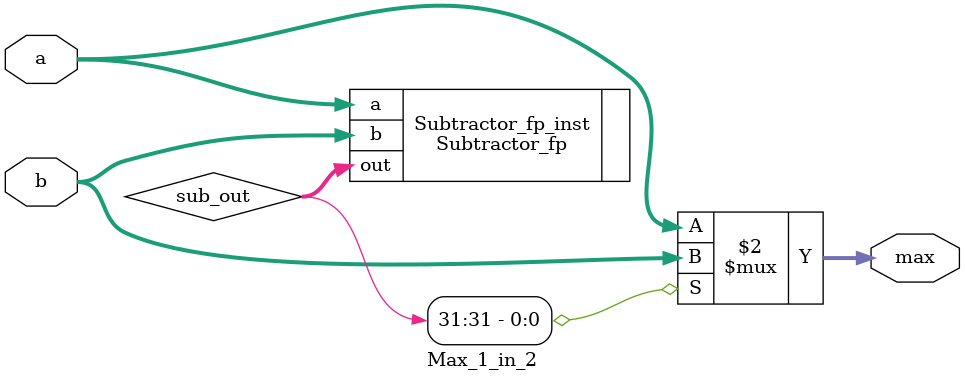
<source format=v>
`timescale 1ns / 1ps

module Max_1_in_2(
    a,
    b,
    max
    );
    
    input wire [31:0] a, b;
    output [31:0] max;
		
	 wire [31:0] sub_out;
	 
	 assign max = (sub_out[31] == 1'b0) ? a : b;
	
    Subtractor_fp Subtractor_fp_inst (     .a(a),
														 .b(b),
														 .out(sub_out)
													);

endmodule







</source>
